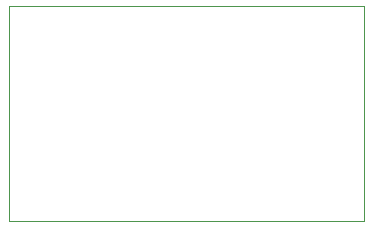
<source format=gbr>
G04 #@! TF.GenerationSoftware,KiCad,Pcbnew,(5.0.2)-1*
G04 #@! TF.CreationDate,2019-05-06T18:27:32+02:00*
G04 #@! TF.ProjectId,VolcaModularMidi,566f6c63-614d-46f6-9475-6c61724d6964,rev?*
G04 #@! TF.SameCoordinates,Original*
G04 #@! TF.FileFunction,Profile,NP*
%FSLAX46Y46*%
G04 Gerber Fmt 4.6, Leading zero omitted, Abs format (unit mm)*
G04 Created by KiCad (PCBNEW (5.0.2)-1) date 06/05/2019 18:27:32*
%MOMM*%
%LPD*%
G01*
G04 APERTURE LIST*
%ADD10C,0.100000*%
G04 APERTURE END LIST*
D10*
X116961596Y-124713550D02*
X147001596Y-124713550D01*
X116961596Y-106513550D02*
X116961596Y-124713550D01*
X147001596Y-106513550D02*
X116961596Y-106513550D01*
X147001596Y-124713550D02*
X147001596Y-106513550D01*
M02*

</source>
